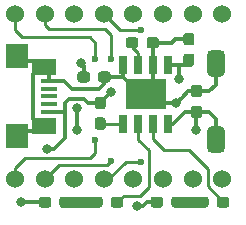
<source format=gbr>
G04 #@! TF.GenerationSoftware,KiCad,Pcbnew,5.1.6-c6e7f7d~87~ubuntu19.10.1*
G04 #@! TF.CreationDate,2020-11-04T01:00:01+01:00*
G04 #@! TF.ProjectId,board_attiny2313a,626f6172-645f-4617-9474-696e79323331,rev?*
G04 #@! TF.SameCoordinates,Original*
G04 #@! TF.FileFunction,Copper,L2,Bot*
G04 #@! TF.FilePolarity,Positive*
%FSLAX46Y46*%
G04 Gerber Fmt 4.6, Leading zero omitted, Abs format (unit mm)*
G04 Created by KiCad (PCBNEW 5.1.6-c6e7f7d~87~ubuntu19.10.1) date 2020-11-04 01:00:01*
%MOMM*%
%LPD*%
G01*
G04 APERTURE LIST*
G04 #@! TA.AperFunction,SMDPad,CuDef*
%ADD10R,3.502000X2.613000*%
G04 #@! TD*
G04 #@! TA.AperFunction,SMDPad,CuDef*
%ADD11R,0.802000X1.505000*%
G04 #@! TD*
G04 #@! TA.AperFunction,ComponentPad*
%ADD12C,1.524000*%
G04 #@! TD*
G04 #@! TA.AperFunction,SMDPad,CuDef*
%ADD13R,1.380000X0.450000*%
G04 #@! TD*
G04 #@! TA.AperFunction,SMDPad,CuDef*
%ADD14R,2.100000X1.475000*%
G04 #@! TD*
G04 #@! TA.AperFunction,SMDPad,CuDef*
%ADD15R,1.900000X2.000000*%
G04 #@! TD*
G04 #@! TA.AperFunction,ViaPad*
%ADD16C,0.800000*%
G04 #@! TD*
G04 #@! TA.AperFunction,ViaPad*
%ADD17C,0.600000*%
G04 #@! TD*
G04 #@! TA.AperFunction,Conductor*
%ADD18C,0.350000*%
G04 #@! TD*
G04 #@! TA.AperFunction,Conductor*
%ADD19C,0.250000*%
G04 #@! TD*
G04 #@! TA.AperFunction,Conductor*
%ADD20C,0.950000*%
G04 #@! TD*
G04 APERTURE END LIST*
G04 #@! TA.AperFunction,SMDPad,CuDef*
G36*
G01*
X84329600Y-44003400D02*
X84329600Y-42503400D01*
G75*
G02*
X84704600Y-42128400I375000J0D01*
G01*
X85454600Y-42128400D01*
G75*
G02*
X85829600Y-42503400I0J-375000D01*
G01*
X85829600Y-44003400D01*
G75*
G02*
X85454600Y-44378400I-375000J0D01*
G01*
X84704600Y-44378400D01*
G75*
G02*
X84329600Y-44003400I0J375000D01*
G01*
G37*
G04 #@! TD.AperFunction*
G04 #@! TA.AperFunction,SMDPad,CuDef*
G36*
G01*
X84329600Y-50453400D02*
X84329600Y-48953400D01*
G75*
G02*
X84704600Y-48578400I375000J0D01*
G01*
X85454600Y-48578400D01*
G75*
G02*
X85829600Y-48953400I0J-375000D01*
G01*
X85829600Y-50453400D01*
G75*
G02*
X85454600Y-50828400I-375000J0D01*
G01*
X84704600Y-50828400D01*
G75*
G02*
X84329600Y-50453400I0J375000D01*
G01*
G37*
G04 #@! TD.AperFunction*
G04 #@! TA.AperFunction,SMDPad,CuDef*
G36*
G01*
X83017100Y-41728400D02*
X82542100Y-41728400D01*
G75*
G02*
X82304600Y-41490900I0J237500D01*
G01*
X82304600Y-40915900D01*
G75*
G02*
X82542100Y-40678400I237500J0D01*
G01*
X83017100Y-40678400D01*
G75*
G02*
X83254600Y-40915900I0J-237500D01*
G01*
X83254600Y-41490900D01*
G75*
G02*
X83017100Y-41728400I-237500J0D01*
G01*
G37*
G04 #@! TD.AperFunction*
G04 #@! TA.AperFunction,SMDPad,CuDef*
G36*
G01*
X83017100Y-43478400D02*
X82542100Y-43478400D01*
G75*
G02*
X82304600Y-43240900I0J237500D01*
G01*
X82304600Y-42665900D01*
G75*
G02*
X82542100Y-42428400I237500J0D01*
G01*
X83017100Y-42428400D01*
G75*
G02*
X83254600Y-42665900I0J-237500D01*
G01*
X83254600Y-43240900D01*
G75*
G02*
X83017100Y-43478400I-237500J0D01*
G01*
G37*
G04 #@! TD.AperFunction*
D10*
X79129600Y-45872400D03*
D11*
X77224600Y-48369900D03*
X78494600Y-48369900D03*
X79764600Y-48369900D03*
X81034600Y-48369900D03*
X81034600Y-43374900D03*
X79764600Y-43374900D03*
X78494600Y-43374900D03*
X77224600Y-43374900D03*
D12*
X68097700Y-53050200D03*
X70597700Y-53050200D03*
X73097700Y-53050200D03*
X75597700Y-53050200D03*
X78097700Y-53050200D03*
X80597700Y-53050200D03*
X83097700Y-53050200D03*
X85597700Y-53050200D03*
X85597700Y-39050200D03*
X83097700Y-39050200D03*
X80597700Y-39050200D03*
X78097700Y-39050200D03*
X75597700Y-39050200D03*
X73097700Y-39050200D03*
X70597700Y-39050200D03*
X68097700Y-39050200D03*
G04 #@! TA.AperFunction,SMDPad,CuDef*
G36*
G01*
X73354600Y-44640900D02*
X73354600Y-44165900D01*
G75*
G02*
X73592100Y-43928400I237500J0D01*
G01*
X74167100Y-43928400D01*
G75*
G02*
X74404600Y-44165900I0J-237500D01*
G01*
X74404600Y-44640900D01*
G75*
G02*
X74167100Y-44878400I-237500J0D01*
G01*
X73592100Y-44878400D01*
G75*
G02*
X73354600Y-44640900I0J237500D01*
G01*
G37*
G04 #@! TD.AperFunction*
G04 #@! TA.AperFunction,SMDPad,CuDef*
G36*
G01*
X75104600Y-44640900D02*
X75104600Y-44165900D01*
G75*
G02*
X75342100Y-43928400I237500J0D01*
G01*
X75917100Y-43928400D01*
G75*
G02*
X76154600Y-44165900I0J-237500D01*
G01*
X76154600Y-44640900D01*
G75*
G02*
X75917100Y-44878400I-237500J0D01*
G01*
X75342100Y-44878400D01*
G75*
G02*
X75104600Y-44640900I0J237500D01*
G01*
G37*
G04 #@! TD.AperFunction*
G04 #@! TA.AperFunction,SMDPad,CuDef*
G36*
G01*
X83667100Y-46128400D02*
X83192100Y-46128400D01*
G75*
G02*
X82954600Y-45890900I0J237500D01*
G01*
X82954600Y-45315900D01*
G75*
G02*
X83192100Y-45078400I237500J0D01*
G01*
X83667100Y-45078400D01*
G75*
G02*
X83904600Y-45315900I0J-237500D01*
G01*
X83904600Y-45890900D01*
G75*
G02*
X83667100Y-46128400I-237500J0D01*
G01*
G37*
G04 #@! TD.AperFunction*
G04 #@! TA.AperFunction,SMDPad,CuDef*
G36*
G01*
X83667100Y-47878400D02*
X83192100Y-47878400D01*
G75*
G02*
X82954600Y-47640900I0J237500D01*
G01*
X82954600Y-47065900D01*
G75*
G02*
X83192100Y-46828400I237500J0D01*
G01*
X83667100Y-46828400D01*
G75*
G02*
X83904600Y-47065900I0J-237500D01*
G01*
X83904600Y-47640900D01*
G75*
G02*
X83667100Y-47878400I-237500J0D01*
G01*
G37*
G04 #@! TD.AperFunction*
G04 #@! TA.AperFunction,SMDPad,CuDef*
G36*
G01*
X82354600Y-54759900D02*
X82354600Y-55234900D01*
G75*
G02*
X82117100Y-55472400I-237500J0D01*
G01*
X81542100Y-55472400D01*
G75*
G02*
X81304600Y-55234900I0J237500D01*
G01*
X81304600Y-54759900D01*
G75*
G02*
X81542100Y-54522400I237500J0D01*
G01*
X82117100Y-54522400D01*
G75*
G02*
X82354600Y-54759900I0J-237500D01*
G01*
G37*
G04 #@! TD.AperFunction*
G04 #@! TA.AperFunction,SMDPad,CuDef*
G36*
G01*
X80604600Y-54759900D02*
X80604600Y-55234900D01*
G75*
G02*
X80367100Y-55472400I-237500J0D01*
G01*
X79792100Y-55472400D01*
G75*
G02*
X79554600Y-55234900I0J237500D01*
G01*
X79554600Y-54759900D01*
G75*
G02*
X79792100Y-54522400I237500J0D01*
G01*
X80367100Y-54522400D01*
G75*
G02*
X80604600Y-54759900I0J-237500D01*
G01*
G37*
G04 #@! TD.AperFunction*
G04 #@! TA.AperFunction,SMDPad,CuDef*
G36*
G01*
X71129600Y-54765900D02*
X71129600Y-55240900D01*
G75*
G02*
X70892100Y-55478400I-237500J0D01*
G01*
X70317100Y-55478400D01*
G75*
G02*
X70079600Y-55240900I0J237500D01*
G01*
X70079600Y-54765900D01*
G75*
G02*
X70317100Y-54528400I237500J0D01*
G01*
X70892100Y-54528400D01*
G75*
G02*
X71129600Y-54765900I0J-237500D01*
G01*
G37*
G04 #@! TD.AperFunction*
G04 #@! TA.AperFunction,SMDPad,CuDef*
G36*
G01*
X72879600Y-54765900D02*
X72879600Y-55240900D01*
G75*
G02*
X72642100Y-55478400I-237500J0D01*
G01*
X72067100Y-55478400D01*
G75*
G02*
X71829600Y-55240900I0J237500D01*
G01*
X71829600Y-54765900D01*
G75*
G02*
X72067100Y-54528400I237500J0D01*
G01*
X72642100Y-54528400D01*
G75*
G02*
X72879600Y-54765900I0J-237500D01*
G01*
G37*
G04 #@! TD.AperFunction*
D13*
X70903600Y-47348400D03*
X70903600Y-46698400D03*
X70903600Y-46048400D03*
X70903600Y-45398400D03*
X70903600Y-44748400D03*
D14*
X70543600Y-48510900D03*
X70543600Y-43585900D03*
D15*
X68243600Y-49358400D03*
X68243600Y-42638400D03*
G04 #@! TA.AperFunction,SMDPad,CuDef*
G36*
G01*
X84454600Y-54759900D02*
X84454600Y-55234900D01*
G75*
G02*
X84217100Y-55472400I-237500J0D01*
G01*
X83642100Y-55472400D01*
G75*
G02*
X83404600Y-55234900I0J237500D01*
G01*
X83404600Y-54759900D01*
G75*
G02*
X83642100Y-54522400I237500J0D01*
G01*
X84217100Y-54522400D01*
G75*
G02*
X84454600Y-54759900I0J-237500D01*
G01*
G37*
G04 #@! TD.AperFunction*
G04 #@! TA.AperFunction,SMDPad,CuDef*
G36*
G01*
X86204600Y-54759900D02*
X86204600Y-55234900D01*
G75*
G02*
X85967100Y-55472400I-237500J0D01*
G01*
X85392100Y-55472400D01*
G75*
G02*
X85154600Y-55234900I0J237500D01*
G01*
X85154600Y-54759900D01*
G75*
G02*
X85392100Y-54522400I237500J0D01*
G01*
X85967100Y-54522400D01*
G75*
G02*
X86204600Y-54759900I0J-237500D01*
G01*
G37*
G04 #@! TD.AperFunction*
G04 #@! TA.AperFunction,SMDPad,CuDef*
G36*
G01*
X77229600Y-54765900D02*
X77229600Y-55240900D01*
G75*
G02*
X76992100Y-55478400I-237500J0D01*
G01*
X76417100Y-55478400D01*
G75*
G02*
X76179600Y-55240900I0J237500D01*
G01*
X76179600Y-54765900D01*
G75*
G02*
X76417100Y-54528400I237500J0D01*
G01*
X76992100Y-54528400D01*
G75*
G02*
X77229600Y-54765900I0J-237500D01*
G01*
G37*
G04 #@! TD.AperFunction*
G04 #@! TA.AperFunction,SMDPad,CuDef*
G36*
G01*
X75479600Y-54765900D02*
X75479600Y-55240900D01*
G75*
G02*
X75242100Y-55478400I-237500J0D01*
G01*
X74667100Y-55478400D01*
G75*
G02*
X74429600Y-55240900I0J237500D01*
G01*
X74429600Y-54765900D01*
G75*
G02*
X74667100Y-54528400I237500J0D01*
G01*
X75242100Y-54528400D01*
G75*
G02*
X75479600Y-54765900I0J-237500D01*
G01*
G37*
G04 #@! TD.AperFunction*
G04 #@! TA.AperFunction,SMDPad,CuDef*
G36*
G01*
X77454600Y-41740900D02*
X77454600Y-41265900D01*
G75*
G02*
X77692100Y-41028400I237500J0D01*
G01*
X78267100Y-41028400D01*
G75*
G02*
X78504600Y-41265900I0J-237500D01*
G01*
X78504600Y-41740900D01*
G75*
G02*
X78267100Y-41978400I-237500J0D01*
G01*
X77692100Y-41978400D01*
G75*
G02*
X77454600Y-41740900I0J237500D01*
G01*
G37*
G04 #@! TD.AperFunction*
G04 #@! TA.AperFunction,SMDPad,CuDef*
G36*
G01*
X79204600Y-41740900D02*
X79204600Y-41265900D01*
G75*
G02*
X79442100Y-41028400I237500J0D01*
G01*
X80017100Y-41028400D01*
G75*
G02*
X80254600Y-41265900I0J-237500D01*
G01*
X80254600Y-41740900D01*
G75*
G02*
X80017100Y-41978400I-237500J0D01*
G01*
X79442100Y-41978400D01*
G75*
G02*
X79204600Y-41740900I0J237500D01*
G01*
G37*
G04 #@! TD.AperFunction*
G04 #@! TA.AperFunction,SMDPad,CuDef*
G36*
G01*
X75517100Y-47128400D02*
X75042100Y-47128400D01*
G75*
G02*
X74804600Y-46890900I0J237500D01*
G01*
X74804600Y-46315900D01*
G75*
G02*
X75042100Y-46078400I237500J0D01*
G01*
X75517100Y-46078400D01*
G75*
G02*
X75754600Y-46315900I0J-237500D01*
G01*
X75754600Y-46890900D01*
G75*
G02*
X75517100Y-47128400I-237500J0D01*
G01*
G37*
G04 #@! TD.AperFunction*
G04 #@! TA.AperFunction,SMDPad,CuDef*
G36*
G01*
X75517100Y-48878400D02*
X75042100Y-48878400D01*
G75*
G02*
X74804600Y-48640900I0J237500D01*
G01*
X74804600Y-48065900D01*
G75*
G02*
X75042100Y-47828400I237500J0D01*
G01*
X75517100Y-47828400D01*
G75*
G02*
X75754600Y-48065900I0J-237500D01*
G01*
X75754600Y-48640900D01*
G75*
G02*
X75517100Y-48878400I-237500J0D01*
G01*
G37*
G04 #@! TD.AperFunction*
D16*
X81729600Y-46603400D03*
X81979600Y-44603400D03*
X78429600Y-55303400D03*
X68579600Y-55003400D03*
X70779600Y-50503400D03*
X76229600Y-45653400D03*
X83429604Y-48903400D03*
D17*
X74879600Y-49753400D03*
X76174600Y-51549300D03*
X78701958Y-51562058D03*
X78714600Y-40449500D03*
X76179600Y-42903400D03*
X74879600Y-42903400D03*
D16*
X73279600Y-47003400D03*
X73679600Y-43253400D03*
X73279600Y-48853400D03*
D18*
X70903600Y-43945900D02*
X70543600Y-43585900D01*
X70903600Y-44748400D02*
X70903600Y-43945900D01*
X83429600Y-45603400D02*
X84529600Y-45603400D01*
X85079600Y-45053400D02*
X85079600Y-43253400D01*
X84529600Y-45603400D02*
X85079600Y-45053400D01*
X79764600Y-45237400D02*
X79129600Y-45872400D01*
X79764600Y-43374900D02*
X79764600Y-45237400D01*
X78698600Y-45872400D02*
X79129600Y-45872400D01*
X77224600Y-44398400D02*
X78698600Y-45872400D01*
X77224600Y-43374900D02*
X77224600Y-44398400D01*
X77229600Y-44403400D02*
X75629600Y-44403400D01*
X77224600Y-44398400D02*
X77229600Y-44403400D01*
X82779600Y-41203400D02*
X81629600Y-41203400D01*
X81329600Y-41503400D02*
X79729600Y-41503400D01*
X81629600Y-41203400D02*
X81329600Y-41503400D01*
X79764600Y-41538400D02*
X79729600Y-41503400D01*
X79764600Y-43374900D02*
X79764600Y-41538400D01*
X82179600Y-46153400D02*
X81729600Y-46603400D01*
X79860600Y-46603400D02*
X79129600Y-45872400D01*
X81729600Y-46603400D02*
X79860600Y-46603400D01*
X82729600Y-45603400D02*
X82179600Y-46153400D01*
X83429600Y-45603400D02*
X82729600Y-45603400D01*
X75629600Y-45003400D02*
X75629600Y-44403400D01*
X75179600Y-45453400D02*
X75629600Y-45003400D01*
X72929600Y-45453400D02*
X75179600Y-45453400D01*
X72224600Y-44748400D02*
X72929600Y-45453400D01*
X70903600Y-44748400D02*
X72224600Y-44748400D01*
X69986099Y-43028399D02*
X68243600Y-43028399D01*
X70543600Y-43585900D02*
X69986099Y-43028399D01*
X70096100Y-48958400D02*
X70543600Y-48510900D01*
X68243600Y-48958400D02*
X70096100Y-48958400D01*
X70187100Y-48510900D02*
X70543600Y-48510900D01*
X69629600Y-47953400D02*
X70187100Y-48510900D01*
X70197100Y-43585900D02*
X69629600Y-44153400D01*
X69629600Y-44153400D02*
X69629600Y-47953400D01*
X70543600Y-43585900D02*
X70197100Y-43585900D01*
X81106100Y-43303400D02*
X81034600Y-43374900D01*
X82358100Y-43374900D02*
X82779600Y-42953400D01*
X81979600Y-43403400D02*
X81951100Y-43374900D01*
X81979600Y-44603400D02*
X81979600Y-43403400D01*
X81951100Y-43374900D02*
X82358100Y-43374900D01*
X81034600Y-43374900D02*
X81951100Y-43374900D01*
X83008100Y-43374900D02*
X83079600Y-43303400D01*
X81951100Y-43374900D02*
X83008100Y-43374900D01*
X78929600Y-55303400D02*
X78429600Y-55303400D01*
X79235600Y-54997400D02*
X78929600Y-55303400D01*
X80079600Y-54997400D02*
X79235600Y-54997400D01*
X72279600Y-47348400D02*
X70903600Y-47348400D01*
X72279600Y-46603400D02*
X72279600Y-47348400D01*
X72654601Y-46228399D02*
X72279600Y-46603400D01*
X73904599Y-46228399D02*
X72654601Y-46228399D01*
X74279600Y-46603400D02*
X73904599Y-46228399D01*
X75279600Y-46603400D02*
X74279600Y-46603400D01*
X70604600Y-55003400D02*
X68579600Y-55003400D01*
X72279600Y-47348400D02*
X72279600Y-49569085D01*
X72279600Y-49569085D02*
X71345285Y-50503400D01*
X71345285Y-50503400D02*
X70779600Y-50503400D01*
X75279600Y-46603400D02*
X76229600Y-45653400D01*
X83429600Y-47353400D02*
X84479600Y-47353400D01*
X85079600Y-47953400D02*
X85079600Y-49703400D01*
X84479600Y-47353400D02*
X85079600Y-47953400D01*
X81034600Y-48369900D02*
X81413100Y-48369900D01*
X82429600Y-47353400D02*
X83429600Y-47353400D01*
X81413100Y-48369900D02*
X82429600Y-47353400D01*
X83429600Y-48903396D02*
X83429604Y-48903400D01*
X83429600Y-47353400D02*
X83429600Y-48903396D01*
D19*
X68097700Y-53050200D02*
X68097700Y-52135300D01*
X68097700Y-52135300D02*
X68929600Y-51303400D01*
X68929600Y-51303400D02*
X74379600Y-51303400D01*
X74879600Y-50803400D02*
X74879600Y-49753400D01*
X74379600Y-51303400D02*
X74879600Y-50803400D01*
X71359699Y-52288201D02*
X70597700Y-53050200D01*
X75870500Y-51853400D02*
X71794500Y-51853400D01*
X71794500Y-51853400D02*
X71359699Y-52288201D01*
X76174600Y-51549300D02*
X75870500Y-51853400D01*
X75943700Y-53050200D02*
X75597700Y-53050200D01*
X77431842Y-51562058D02*
X75943700Y-53050200D01*
X78701958Y-51562058D02*
X77431842Y-51562058D01*
X78714600Y-40449500D02*
X76997000Y-40449500D01*
X76997000Y-40449500D02*
X75597700Y-39050200D01*
X75679600Y-40353400D02*
X76179600Y-40853400D01*
X70979600Y-40353400D02*
X75679600Y-40353400D01*
X70597700Y-39971500D02*
X70979600Y-40353400D01*
X76179600Y-40853400D02*
X76179600Y-42903400D01*
X70597700Y-39050200D02*
X70597700Y-39971500D01*
X74879600Y-41503400D02*
X74879600Y-42903400D01*
X68679600Y-41003400D02*
X74379600Y-41003400D01*
X68097700Y-40421500D02*
X68679600Y-41003400D01*
X74379600Y-41003400D02*
X74879600Y-41503400D01*
X68097700Y-39050200D02*
X68097700Y-40421500D01*
X82779600Y-50553400D02*
X80679600Y-50553400D01*
X84379600Y-52153400D02*
X82779600Y-50553400D01*
X79764600Y-49638400D02*
X79764600Y-48369900D01*
X80679600Y-50553400D02*
X79764600Y-49638400D01*
X85679600Y-54953400D02*
X84379600Y-53653400D01*
X84379600Y-53653400D02*
X84379600Y-52153400D01*
X85679600Y-54997400D02*
X85679600Y-54953400D01*
X77254600Y-54453400D02*
X76704600Y-55003400D01*
X79379600Y-53753400D02*
X78679600Y-54453400D01*
X79379600Y-50603400D02*
X79379600Y-53753400D01*
X78679600Y-54453400D02*
X77254600Y-54453400D01*
X78494600Y-49718400D02*
X79379600Y-50603400D01*
X78494600Y-48369900D02*
X78494600Y-49718400D01*
X78494600Y-43374900D02*
X78494600Y-42368400D01*
X77979600Y-41853400D02*
X77979600Y-41503400D01*
X78494600Y-42368400D02*
X77979600Y-41853400D01*
D18*
X73879600Y-44403400D02*
X73879600Y-43453400D01*
X73879600Y-43453400D02*
X73679600Y-43253400D01*
X73279600Y-47003400D02*
X73279600Y-48853400D01*
D20*
X81829600Y-54997400D02*
X83929600Y-54997400D01*
X72354600Y-55003400D02*
X74954600Y-55003400D01*
D19*
X77208100Y-48353400D02*
X77224600Y-48369900D01*
X75279600Y-48353400D02*
X77208100Y-48353400D01*
M02*

</source>
